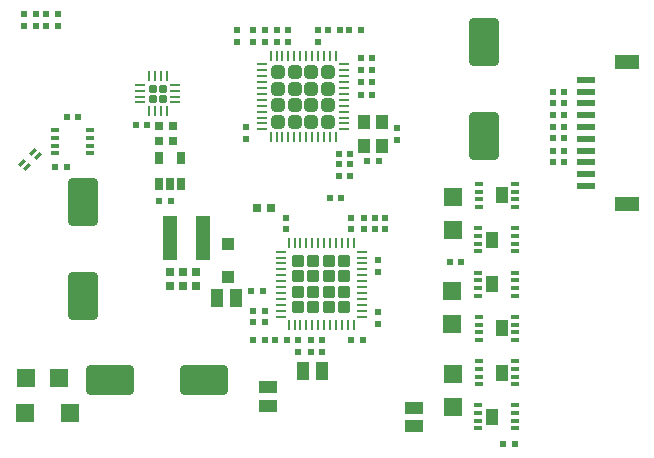
<source format=gbr>
G04 #@! TF.GenerationSoftware,KiCad,Pcbnew,7.0.2*
G04 #@! TF.CreationDate,2023-08-30T11:59:43+08:00*
G04 #@! TF.ProjectId,bldc_driver,626c6463-5f64-4726-9976-65722e6b6963,rev?*
G04 #@! TF.SameCoordinates,PX58b1140PY3750280*
G04 #@! TF.FileFunction,Paste,Top*
G04 #@! TF.FilePolarity,Positive*
%FSLAX46Y46*%
G04 Gerber Fmt 4.6, Leading zero omitted, Abs format (unit mm)*
G04 Created by KiCad (PCBNEW 7.0.2) date 2023-08-30 11:59:43*
%MOMM*%
%LPD*%
G01*
G04 APERTURE LIST*
G04 Aperture macros list*
%AMRoundRect*
0 Rectangle with rounded corners*
0 $1 Rounding radius*
0 $2 $3 $4 $5 $6 $7 $8 $9 X,Y pos of 4 corners*
0 Add a 4 corners polygon primitive as box body*
4,1,4,$2,$3,$4,$5,$6,$7,$8,$9,$2,$3,0*
0 Add four circle primitives for the rounded corners*
1,1,$1+$1,$2,$3*
1,1,$1+$1,$4,$5*
1,1,$1+$1,$6,$7*
1,1,$1+$1,$8,$9*
0 Add four rect primitives between the rounded corners*
20,1,$1+$1,$2,$3,$4,$5,0*
20,1,$1+$1,$4,$5,$6,$7,0*
20,1,$1+$1,$6,$7,$8,$9,0*
20,1,$1+$1,$8,$9,$2,$3,0*%
G04 Aperture macros list end*
%ADD10R,1.500000X1.500000*%
%ADD11R,0.700000X0.670000*%
%ADD12R,0.500000X0.600000*%
%ADD13R,0.800000X0.340000*%
%ADD14R,0.650000X0.340000*%
%ADD15R,1.026000X1.374000*%
%ADD16R,1.050000X1.200000*%
%ADD17RoundRect,0.250000X0.270000X-0.270000X0.270000X0.270000X-0.270000X0.270000X-0.270000X-0.270000X0*%
%ADD18RoundRect,0.062500X0.062500X-0.375000X0.062500X0.375000X-0.062500X0.375000X-0.062500X-0.375000X0*%
%ADD19RoundRect,0.062500X0.375000X-0.062500X0.375000X0.062500X-0.375000X0.062500X-0.375000X-0.062500X0*%
%ADD20R,0.650000X1.060000*%
%ADD21R,0.650000X0.350000*%
%ADD22R,1.524000X1.524000*%
%ADD23R,1.000000X1.500000*%
%ADD24R,1.500000X1.000000*%
%ADD25R,0.670000X0.700000*%
%ADD26R,0.600000X0.500000*%
%ADD27R,1.200000X3.700000*%
%ADD28RoundRect,0.250000X-1.750000X-1.000000X1.750000X-1.000000X1.750000X1.000000X-1.750000X1.000000X0*%
%ADD29RoundRect,0.250000X1.000000X-1.750000X1.000000X1.750000X-1.000000X1.750000X-1.000000X-1.750000X0*%
%ADD30RoundRect,0.250000X0.315000X0.315000X-0.315000X0.315000X-0.315000X-0.315000X0.315000X-0.315000X0*%
%ADD31RoundRect,0.062500X0.375000X0.062500X-0.375000X0.062500X-0.375000X-0.062500X0.375000X-0.062500X0*%
%ADD32RoundRect,0.062500X0.062500X0.375000X-0.062500X0.375000X-0.062500X-0.375000X0.062500X-0.375000X0*%
%ADD33R,1.100000X1.100000*%
%ADD34R,1.600000X0.500000*%
%ADD35R,2.000000X1.200000*%
%ADD36RoundRect,0.015000X0.289914X0.098995X0.098995X0.289914X-0.289914X-0.098995X-0.098995X-0.289914X0*%
%ADD37RoundRect,0.172500X0.172500X-0.172500X0.172500X0.172500X-0.172500X0.172500X-0.172500X-0.172500X0*%
%ADD38RoundRect,0.062500X0.062500X-0.350000X0.062500X0.350000X-0.062500X0.350000X-0.062500X-0.350000X0*%
%ADD39RoundRect,0.062500X0.350000X-0.062500X0.350000X0.062500X-0.350000X0.062500X-0.350000X-0.062500X0*%
G04 APERTURE END LIST*
D10*
X43997000Y-28872000D03*
X43997000Y-26078000D03*
X10722000Y-33425000D03*
X7928000Y-33425000D03*
D11*
X20349999Y-13400000D03*
X19149999Y-13400000D03*
D12*
X37775000Y-15100000D03*
X36775000Y-15100000D03*
X10350000Y-15575000D03*
X11350000Y-15575000D03*
D13*
X46250000Y-17025000D03*
X46250000Y-17675000D03*
X46250000Y-18325000D03*
X46250000Y-18975000D03*
D14*
X49325000Y-18975000D03*
X49325000Y-18325000D03*
X49325000Y-17675000D03*
D15*
X48150000Y-18000000D03*
D14*
X49325000Y-17025000D03*
D13*
X49250000Y-26475000D03*
X49250000Y-25825000D03*
X49250000Y-25175000D03*
X49250000Y-24525000D03*
D14*
X46175000Y-24525000D03*
X46175000Y-25175000D03*
X46175000Y-25825000D03*
D15*
X47350000Y-25500000D03*
D14*
X46175000Y-26475000D03*
D13*
X46250000Y-28275000D03*
X46250000Y-28925000D03*
X46250000Y-29575000D03*
X46250000Y-30225000D03*
D14*
X49325000Y-30225000D03*
X49325000Y-29575000D03*
X49325000Y-28925000D03*
D15*
X48150000Y-29250000D03*
D14*
X49325000Y-28275000D03*
D13*
X49250000Y-37725000D03*
X49250000Y-37075000D03*
X49250000Y-36425000D03*
X49250000Y-35775000D03*
D14*
X46175000Y-35775000D03*
X46175000Y-36425000D03*
X46175000Y-37075000D03*
D15*
X47350000Y-36750000D03*
D14*
X46175000Y-37725000D03*
D13*
X46250000Y-32025000D03*
X46250000Y-32675000D03*
X46250000Y-33325000D03*
X46250000Y-33975000D03*
D14*
X49325000Y-33975000D03*
X49325000Y-33325000D03*
X49325000Y-32675000D03*
D15*
X48150000Y-33000000D03*
D14*
X49325000Y-32025000D03*
D13*
X49250000Y-22725000D03*
X49250000Y-22075000D03*
X49250000Y-21425000D03*
X49250000Y-20775000D03*
D14*
X46175000Y-20775000D03*
X46175000Y-21425000D03*
X46175000Y-22075000D03*
D15*
X47350000Y-21750000D03*
D14*
X46175000Y-22725000D03*
D16*
X38050000Y-13800000D03*
X38050000Y-11800000D03*
X36500000Y-11800000D03*
X36500000Y-13800000D03*
D17*
X30940000Y-27435000D03*
X32230000Y-27435000D03*
X33520000Y-27435000D03*
X34810000Y-27435000D03*
X30940000Y-26145000D03*
X32230000Y-26145000D03*
X33520000Y-26145000D03*
X34810000Y-26145000D03*
X30940000Y-24855000D03*
X32230000Y-24855000D03*
X33520000Y-24855000D03*
X34810000Y-24855000D03*
X30940000Y-23565000D03*
X32230000Y-23565000D03*
X33520000Y-23565000D03*
X34810000Y-23565000D03*
D18*
X30125000Y-28937500D03*
X30625000Y-28937500D03*
X31125000Y-28937500D03*
X31625000Y-28937500D03*
X32125000Y-28937500D03*
X32625000Y-28937500D03*
X33125000Y-28937500D03*
X33625000Y-28937500D03*
X34125000Y-28937500D03*
X34625000Y-28937500D03*
X35125000Y-28937500D03*
X35625000Y-28937500D03*
D19*
X36312500Y-28250000D03*
X36312500Y-27750000D03*
X36312500Y-27250000D03*
X36312500Y-26750000D03*
X36312500Y-26250000D03*
X36312500Y-25750000D03*
X36312500Y-25250000D03*
X36312500Y-24750000D03*
X36312500Y-24250000D03*
X36312500Y-23750000D03*
X36312500Y-23250000D03*
X36312500Y-22750000D03*
D18*
X35625000Y-22062500D03*
X35125000Y-22062500D03*
X34625000Y-22062500D03*
X34125000Y-22062500D03*
X33625000Y-22062500D03*
X33125000Y-22062500D03*
X32625000Y-22062500D03*
X32125000Y-22062500D03*
X31625000Y-22062500D03*
X31125000Y-22062500D03*
X30625000Y-22062500D03*
X30125000Y-22062500D03*
D19*
X29437500Y-22750000D03*
X29437500Y-23250000D03*
X29437500Y-23750000D03*
X29437500Y-24250000D03*
X29437500Y-24750000D03*
X29437500Y-25250000D03*
X29437500Y-25750000D03*
X29437500Y-26250000D03*
X29437500Y-26750000D03*
X29437500Y-27250000D03*
X29437500Y-27750000D03*
X29437500Y-28250000D03*
D20*
X19150000Y-17055000D03*
X20100000Y-17055000D03*
X21050000Y-17055000D03*
X21050000Y-14855000D03*
X19150000Y-14855000D03*
D21*
X13300000Y-14425000D03*
X13300000Y-13775000D03*
X13300000Y-13125000D03*
X13300000Y-12475000D03*
X10350000Y-12475000D03*
X10350000Y-13125000D03*
X10350000Y-13775000D03*
X10350000Y-14425000D03*
D22*
X11580000Y-36450000D03*
X7770000Y-36450000D03*
D10*
X44000000Y-33103000D03*
X44000000Y-35897000D03*
D12*
X48250000Y-39000000D03*
X49250000Y-39000000D03*
D23*
X31375000Y-32875000D03*
X32975000Y-32875000D03*
D12*
X44750000Y-23625000D03*
X43750000Y-23625000D03*
D24*
X28350000Y-35850000D03*
X28350000Y-34250000D03*
D25*
X21175000Y-25675000D03*
X21175000Y-24475000D03*
D11*
X28675000Y-19100000D03*
X27475000Y-19100000D03*
D25*
X20075000Y-25675000D03*
X20075000Y-24475000D03*
X22275000Y-25675000D03*
X22275000Y-24475000D03*
D26*
X29100000Y-5000000D03*
X29100000Y-4000000D03*
D12*
X34350000Y-14475000D03*
X35350000Y-14475000D03*
D26*
X26550000Y-12175000D03*
X26550000Y-13175000D03*
X37650000Y-27875000D03*
X37650000Y-28875000D03*
X30075000Y-5000000D03*
X30075000Y-4000000D03*
X32600000Y-5000000D03*
X32600000Y-4000000D03*
D12*
X28975000Y-30275000D03*
X29975000Y-30275000D03*
X28150000Y-30275000D03*
X27150000Y-30275000D03*
X28150000Y-28675000D03*
X27150000Y-28675000D03*
D26*
X32950000Y-31225000D03*
X32950000Y-30225000D03*
D12*
X36225000Y-9450000D03*
X37225000Y-9450000D03*
X27150000Y-27750000D03*
X28150000Y-27750000D03*
D26*
X30950000Y-30225000D03*
X30950000Y-31225000D03*
X32025000Y-30225000D03*
X32025000Y-31225000D03*
X36525000Y-19875000D03*
X36525000Y-20875000D03*
X37425000Y-19875000D03*
X37425000Y-20875000D03*
D12*
X35275000Y-4000000D03*
X36275000Y-4000000D03*
X33475000Y-4000000D03*
X34475000Y-4000000D03*
X26950000Y-26050000D03*
X27950000Y-26050000D03*
X20149999Y-18475000D03*
X19149999Y-18475000D03*
D27*
X20075000Y-21625000D03*
X22875000Y-21625000D03*
D12*
X36400000Y-30275000D03*
X35400000Y-30275000D03*
D28*
X15000000Y-33625000D03*
X23000000Y-33625000D03*
D29*
X46700000Y-12982500D03*
X46700000Y-4982500D03*
D30*
X33450000Y-11750000D03*
X33450000Y-10350000D03*
X33450000Y-8950000D03*
X33450000Y-7550000D03*
X32050000Y-11750000D03*
X32050000Y-10350000D03*
X32050000Y-8950000D03*
X32050000Y-7550000D03*
X30650000Y-11750000D03*
X30650000Y-10350000D03*
X30650000Y-8950000D03*
X30650000Y-7550000D03*
X29250000Y-11750000D03*
X29250000Y-10350000D03*
X29250000Y-8950000D03*
X29250000Y-7550000D03*
D31*
X34787500Y-12400000D03*
X34787500Y-11900000D03*
X34787500Y-11400000D03*
X34787500Y-10900000D03*
X34787500Y-10400000D03*
X34787500Y-9900000D03*
X34787500Y-9400000D03*
X34787500Y-8900000D03*
X34787500Y-8400000D03*
X34787500Y-7900000D03*
X34787500Y-7400000D03*
X34787500Y-6900000D03*
D32*
X34100000Y-6212500D03*
X33600000Y-6212500D03*
X33100000Y-6212500D03*
X32600000Y-6212500D03*
X32100000Y-6212500D03*
X31600000Y-6212500D03*
X31100000Y-6212500D03*
X30600000Y-6212500D03*
X30100000Y-6212500D03*
X29600000Y-6212500D03*
X29100000Y-6212500D03*
X28600000Y-6212500D03*
D31*
X27912500Y-6900000D03*
X27912500Y-7400000D03*
X27912500Y-7900000D03*
X27912500Y-8400000D03*
X27912500Y-8900000D03*
X27912500Y-9400000D03*
X27912500Y-9900000D03*
X27912500Y-10400000D03*
X27912500Y-10900000D03*
X27912500Y-11400000D03*
X27912500Y-11900000D03*
X27912500Y-12400000D03*
D32*
X28600000Y-13087500D03*
X29100000Y-13087500D03*
X29600000Y-13087500D03*
X30100000Y-13087500D03*
X30600000Y-13087500D03*
X31100000Y-13087500D03*
X31600000Y-13087500D03*
X32100000Y-13087500D03*
X32600000Y-13087500D03*
X33100000Y-13087500D03*
X33600000Y-13087500D03*
X34100000Y-13087500D03*
D12*
X7700000Y-3625000D03*
X8700000Y-3625000D03*
X10600000Y-2625000D03*
X9600000Y-2625000D03*
X10600000Y-3625000D03*
X9600000Y-3625000D03*
D26*
X28125000Y-5000000D03*
X28125000Y-4000000D03*
X27150000Y-4000000D03*
X27150000Y-5000000D03*
D12*
X36225000Y-8400000D03*
X37225000Y-8400000D03*
D26*
X29900000Y-19875000D03*
X29900000Y-20875000D03*
D12*
X7700000Y-2625000D03*
X8700000Y-2625000D03*
D26*
X39275000Y-13300000D03*
X39275000Y-12300000D03*
D33*
X24950000Y-22075000D03*
X24950000Y-24875000D03*
D24*
X40750000Y-37550000D03*
X40750000Y-35950000D03*
D12*
X33600000Y-18225000D03*
X34600000Y-18225000D03*
D26*
X35400000Y-19875000D03*
X35400000Y-20875000D03*
D23*
X25675000Y-26675000D03*
X24075000Y-26675000D03*
D34*
X55275000Y-17200000D03*
X55275000Y-16200000D03*
X55275000Y-15200000D03*
X55275000Y-14200000D03*
X55275000Y-13200000D03*
X55275000Y-12200000D03*
X55275000Y-11200000D03*
X55275000Y-10200000D03*
X55275000Y-9200000D03*
X55275000Y-8200000D03*
D35*
X58775000Y-18700000D03*
X58775000Y-6700000D03*
D36*
X7981299Y-15607609D03*
X8907609Y-14681299D03*
X8518701Y-14292391D03*
X7592391Y-15218701D03*
D12*
X36225000Y-7350000D03*
X37225000Y-7350000D03*
X53475000Y-15200000D03*
X52475000Y-15200000D03*
D26*
X34350000Y-15350000D03*
X34350000Y-16350000D03*
D12*
X53475000Y-10200000D03*
X52475000Y-10200000D03*
D10*
X44000000Y-20897000D03*
X44000000Y-18103000D03*
D26*
X37650000Y-24500000D03*
X37650000Y-23500000D03*
D12*
X53475000Y-9200000D03*
X52475000Y-9200000D03*
D29*
X12700000Y-26525000D03*
X12700000Y-18525000D03*
D12*
X36225000Y-6400000D03*
X37225000Y-6400000D03*
X11325000Y-11325000D03*
X12325000Y-11325000D03*
D26*
X38325000Y-19875000D03*
X38325000Y-20875000D03*
D12*
X53475000Y-11200000D03*
X52475000Y-11200000D03*
D37*
X18612500Y-9800000D03*
X19462500Y-9800000D03*
X18612500Y-8950000D03*
X19462500Y-8950000D03*
D38*
X18287500Y-10837500D03*
X18787500Y-10837500D03*
X19287500Y-10837500D03*
X19787500Y-10837500D03*
D39*
X20500000Y-10125000D03*
X20500000Y-9625000D03*
X20500000Y-9125000D03*
X20500000Y-8625000D03*
D38*
X19787500Y-7912500D03*
X19287500Y-7912500D03*
X18787500Y-7912500D03*
X18287500Y-7912500D03*
D39*
X17575000Y-8625000D03*
X17575000Y-9125000D03*
X17575000Y-9625000D03*
X17575000Y-10125000D03*
D12*
X17175000Y-12050000D03*
X18175000Y-12050000D03*
X53475000Y-12200000D03*
X52475000Y-12200000D03*
D11*
X20350000Y-12075000D03*
X19150000Y-12075000D03*
D12*
X53475000Y-13150000D03*
X52475000Y-13150000D03*
X53475000Y-14200000D03*
X52475000Y-14200000D03*
D26*
X25750000Y-4000000D03*
X25750000Y-5000000D03*
X35350000Y-15350000D03*
X35350000Y-16350000D03*
M02*

</source>
